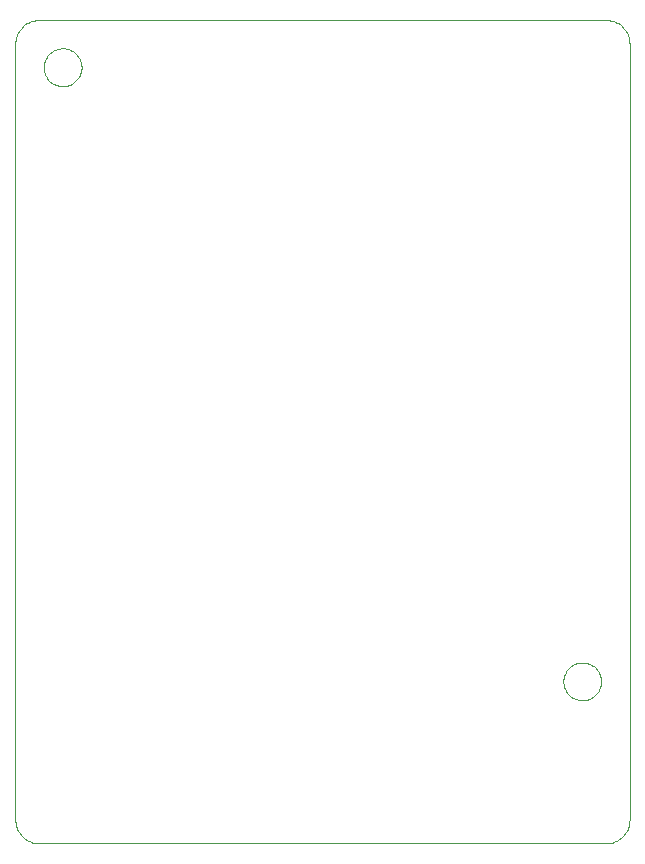
<source format=gbp>
G75*
G70*
%OFA0B0*%
%FSLAX24Y24*%
%IPPOS*%
%LPD*%
%AMOC8*
5,1,8,0,0,1.08239X$1,22.5*
%
%ADD10C,0.0000*%
D10*
X000150Y001058D02*
X000150Y026922D01*
X000152Y026976D01*
X000157Y027029D01*
X000166Y027082D01*
X000179Y027134D01*
X000195Y027186D01*
X000215Y027236D01*
X000238Y027284D01*
X000265Y027331D01*
X000294Y027376D01*
X000327Y027419D01*
X000362Y027459D01*
X000400Y027497D01*
X000440Y027532D01*
X000483Y027565D01*
X000528Y027594D01*
X000575Y027621D01*
X000623Y027644D01*
X000673Y027664D01*
X000725Y027680D01*
X000777Y027693D01*
X000830Y027702D01*
X000883Y027707D01*
X000937Y027709D01*
X019835Y027709D01*
X019889Y027707D01*
X019942Y027702D01*
X019995Y027693D01*
X020047Y027680D01*
X020099Y027664D01*
X020149Y027644D01*
X020197Y027621D01*
X020244Y027594D01*
X020289Y027565D01*
X020332Y027532D01*
X020372Y027497D01*
X020410Y027459D01*
X020445Y027419D01*
X020478Y027376D01*
X020507Y027331D01*
X020534Y027284D01*
X020557Y027236D01*
X020577Y027186D01*
X020593Y027134D01*
X020606Y027082D01*
X020615Y027029D01*
X020620Y026976D01*
X020622Y026922D01*
X020622Y001058D01*
X020620Y001004D01*
X020615Y000950D01*
X020605Y000896D01*
X020593Y000844D01*
X020576Y000792D01*
X020556Y000741D01*
X020533Y000692D01*
X020506Y000645D01*
X020476Y000600D01*
X020444Y000556D01*
X020408Y000515D01*
X020370Y000477D01*
X020329Y000441D01*
X020285Y000409D01*
X020240Y000379D01*
X020193Y000352D01*
X020144Y000329D01*
X020093Y000309D01*
X020041Y000292D01*
X019989Y000280D01*
X019935Y000270D01*
X019881Y000265D01*
X019827Y000263D01*
X000945Y000263D01*
X000891Y000265D01*
X000837Y000270D01*
X000783Y000280D01*
X000731Y000292D01*
X000679Y000309D01*
X000628Y000329D01*
X000579Y000352D01*
X000532Y000379D01*
X000487Y000409D01*
X000443Y000441D01*
X000402Y000477D01*
X000364Y000515D01*
X000328Y000556D01*
X000296Y000600D01*
X000266Y000645D01*
X000239Y000692D01*
X000216Y000741D01*
X000196Y000792D01*
X000179Y000844D01*
X000167Y000896D01*
X000157Y000950D01*
X000152Y001004D01*
X000150Y001058D01*
X001095Y026134D02*
X001097Y026184D01*
X001103Y026234D01*
X001113Y026283D01*
X001127Y026331D01*
X001144Y026378D01*
X001165Y026423D01*
X001190Y026467D01*
X001218Y026508D01*
X001250Y026547D01*
X001284Y026584D01*
X001321Y026618D01*
X001361Y026648D01*
X001403Y026675D01*
X001447Y026699D01*
X001493Y026720D01*
X001540Y026736D01*
X001588Y026749D01*
X001638Y026758D01*
X001687Y026763D01*
X001738Y026764D01*
X001788Y026761D01*
X001837Y026754D01*
X001886Y026743D01*
X001934Y026728D01*
X001980Y026710D01*
X002025Y026688D01*
X002068Y026662D01*
X002109Y026633D01*
X002148Y026601D01*
X002184Y026566D01*
X002216Y026528D01*
X002246Y026488D01*
X002273Y026445D01*
X002296Y026401D01*
X002315Y026355D01*
X002331Y026307D01*
X002343Y026258D01*
X002351Y026209D01*
X002355Y026159D01*
X002355Y026109D01*
X002351Y026059D01*
X002343Y026010D01*
X002331Y025961D01*
X002315Y025913D01*
X002296Y025867D01*
X002273Y025823D01*
X002246Y025780D01*
X002216Y025740D01*
X002184Y025702D01*
X002148Y025667D01*
X002109Y025635D01*
X002068Y025606D01*
X002025Y025580D01*
X001980Y025558D01*
X001934Y025540D01*
X001886Y025525D01*
X001837Y025514D01*
X001788Y025507D01*
X001738Y025504D01*
X001687Y025505D01*
X001638Y025510D01*
X001588Y025519D01*
X001540Y025532D01*
X001493Y025548D01*
X001447Y025569D01*
X001403Y025593D01*
X001361Y025620D01*
X001321Y025650D01*
X001284Y025684D01*
X001250Y025721D01*
X001218Y025760D01*
X001190Y025801D01*
X001165Y025845D01*
X001144Y025890D01*
X001127Y025937D01*
X001113Y025985D01*
X001103Y026034D01*
X001097Y026084D01*
X001095Y026134D01*
X018418Y005662D02*
X018420Y005712D01*
X018426Y005762D01*
X018436Y005811D01*
X018450Y005859D01*
X018467Y005906D01*
X018488Y005951D01*
X018513Y005995D01*
X018541Y006036D01*
X018573Y006075D01*
X018607Y006112D01*
X018644Y006146D01*
X018684Y006176D01*
X018726Y006203D01*
X018770Y006227D01*
X018816Y006248D01*
X018863Y006264D01*
X018911Y006277D01*
X018961Y006286D01*
X019010Y006291D01*
X019061Y006292D01*
X019111Y006289D01*
X019160Y006282D01*
X019209Y006271D01*
X019257Y006256D01*
X019303Y006238D01*
X019348Y006216D01*
X019391Y006190D01*
X019432Y006161D01*
X019471Y006129D01*
X019507Y006094D01*
X019539Y006056D01*
X019569Y006016D01*
X019596Y005973D01*
X019619Y005929D01*
X019638Y005883D01*
X019654Y005835D01*
X019666Y005786D01*
X019674Y005737D01*
X019678Y005687D01*
X019678Y005637D01*
X019674Y005587D01*
X019666Y005538D01*
X019654Y005489D01*
X019638Y005441D01*
X019619Y005395D01*
X019596Y005351D01*
X019569Y005308D01*
X019539Y005268D01*
X019507Y005230D01*
X019471Y005195D01*
X019432Y005163D01*
X019391Y005134D01*
X019348Y005108D01*
X019303Y005086D01*
X019257Y005068D01*
X019209Y005053D01*
X019160Y005042D01*
X019111Y005035D01*
X019061Y005032D01*
X019010Y005033D01*
X018961Y005038D01*
X018911Y005047D01*
X018863Y005060D01*
X018816Y005076D01*
X018770Y005097D01*
X018726Y005121D01*
X018684Y005148D01*
X018644Y005178D01*
X018607Y005212D01*
X018573Y005249D01*
X018541Y005288D01*
X018513Y005329D01*
X018488Y005373D01*
X018467Y005418D01*
X018450Y005465D01*
X018436Y005513D01*
X018426Y005562D01*
X018420Y005612D01*
X018418Y005662D01*
M02*

</source>
